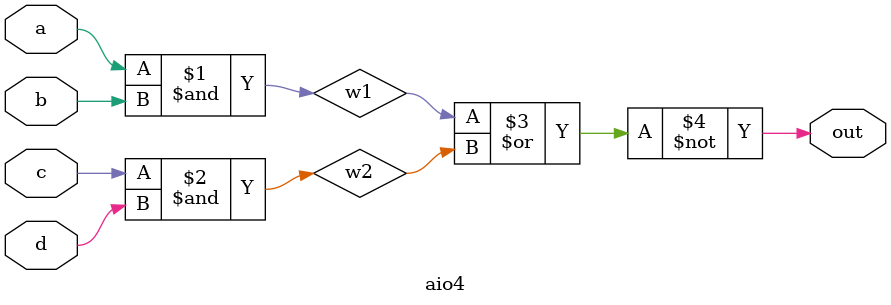
<source format=v>
`timescale 1ns / 1ps


module aio4(
    input a,
    input b,
    input c,
    input d,
    output out
    );
    wire w1,w2;
    and A1(w1,a,b);
    and A2(w2,c,d);
    nor A3(out,w1,w2);
endmodule

</source>
